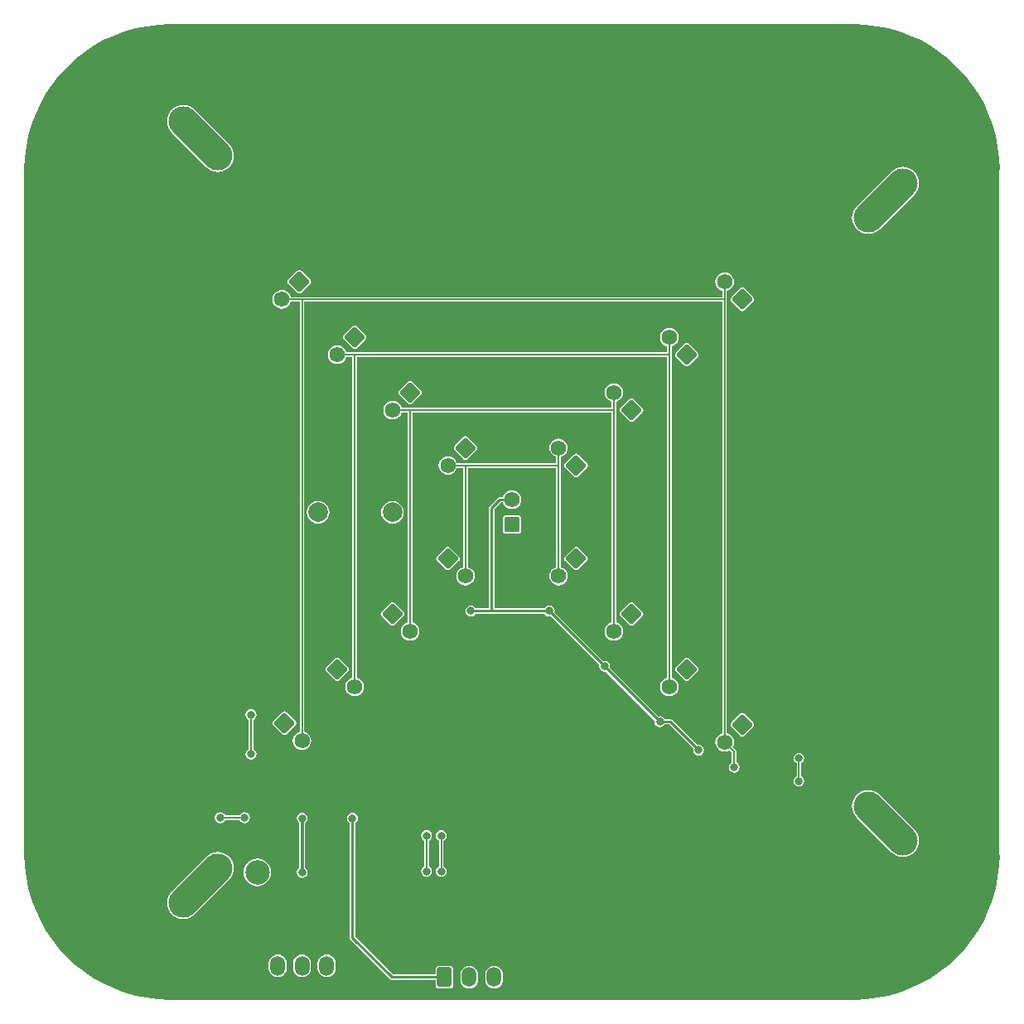
<source format=gbr>
%TF.GenerationSoftware,Altium Limited,Altium Designer,20.1.8 (145)*%
G04 Layer_Physical_Order=1*
G04 Layer_Color=255*
%FSLAX45Y45*%
%MOMM*%
%TF.SameCoordinates,793C4F5F-A07E-474B-A886-B682DA88F124*%
%TF.FilePolarity,Positive*%
%TF.FileFunction,Copper,L1,Top,Signal*%
%TF.Part,Single*%
G01*
G75*
%TA.AperFunction,Conductor*%
%ADD10C,0.25400*%
%ADD11C,0.15240*%
%ADD12C,0.30480*%
%TA.AperFunction,ComponentPad*%
%ADD13C,2.50000*%
G04:AMPARAMS|DCode=14|XSize=1.5mm|YSize=2mm|CornerRadius=0.75mm|HoleSize=0mm|Usage=FLASHONLY|Rotation=0.000|XOffset=0mm|YOffset=0mm|HoleType=Round|Shape=RoundedRectangle|*
%AMROUNDEDRECTD14*
21,1,1.50000,0.50000,0,0,0.0*
21,1,0.00000,2.00000,0,0,0.0*
1,1,1.50000,0.00000,-0.25000*
1,1,1.50000,0.00000,-0.25000*
1,1,1.50000,0.00000,0.25000*
1,1,1.50000,0.00000,0.25000*
%
%ADD14ROUNDEDRECTD14*%
G04:AMPARAMS|DCode=15|XSize=1.5mm|YSize=2mm|CornerRadius=0.15mm|HoleSize=0mm|Usage=FLASHONLY|Rotation=0.000|XOffset=0mm|YOffset=0mm|HoleType=Round|Shape=RoundedRectangle|*
%AMROUNDEDRECTD15*
21,1,1.50000,1.70000,0,0,0.0*
21,1,1.20000,2.00000,0,0,0.0*
1,1,0.30000,0.60000,-0.85000*
1,1,0.30000,-0.60000,-0.85000*
1,1,0.30000,-0.60000,0.85000*
1,1,0.30000,0.60000,0.85000*
%
%ADD15ROUNDEDRECTD15*%
G04:AMPARAMS|DCode=16|XSize=3mm|YSize=8mm|CornerRadius=1.5mm|HoleSize=0mm|Usage=FLASHONLY|Rotation=45.000|XOffset=0mm|YOffset=0mm|HoleType=Round|Shape=RoundedRectangle|*
%AMROUNDEDRECTD16*
21,1,3.00000,5.00000,0,0,45.0*
21,1,0.00000,8.00000,0,0,45.0*
1,1,3.00000,1.76777,-1.76777*
1,1,3.00000,1.76777,-1.76777*
1,1,3.00000,-1.76777,1.76777*
1,1,3.00000,-1.76777,1.76777*
%
%ADD16ROUNDEDRECTD16*%
%ADD17C,2.00000*%
G04:AMPARAMS|DCode=18|XSize=3mm|YSize=8mm|CornerRadius=1.5mm|HoleSize=0mm|Usage=FLASHONLY|Rotation=315.000|XOffset=0mm|YOffset=0mm|HoleType=Round|Shape=RoundedRectangle|*
%AMROUNDEDRECTD18*
21,1,3.00000,5.00000,0,0,315.0*
21,1,0.00000,8.00000,0,0,315.0*
1,1,3.00000,-1.76777,-1.76777*
1,1,3.00000,-1.76777,-1.76777*
1,1,3.00000,1.76777,1.76777*
1,1,3.00000,1.76777,1.76777*
%
%ADD18ROUNDEDRECTD18*%
%ADD19C,1.58000*%
G04:AMPARAMS|DCode=20|XSize=1.58mm|YSize=1.58mm|CornerRadius=0.158mm|HoleSize=0mm|Usage=FLASHONLY|Rotation=135.000|XOffset=0mm|YOffset=0mm|HoleType=Round|Shape=RoundedRectangle|*
%AMROUNDEDRECTD20*
21,1,1.58000,1.26400,0,0,135.0*
21,1,1.26400,1.58000,0,0,135.0*
1,1,0.31600,0.00000,0.89378*
1,1,0.31600,0.89378,0.00000*
1,1,0.31600,0.00000,-0.89378*
1,1,0.31600,-0.89378,0.00000*
%
%ADD20ROUNDEDRECTD20*%
G04:AMPARAMS|DCode=21|XSize=1.58mm|YSize=1.58mm|CornerRadius=0.158mm|HoleSize=0mm|Usage=FLASHONLY|Rotation=0.000|XOffset=0mm|YOffset=0mm|HoleType=Round|Shape=RoundedRectangle|*
%AMROUNDEDRECTD21*
21,1,1.58000,1.26400,0,0,0.0*
21,1,1.26400,1.58000,0,0,0.0*
1,1,0.31600,0.63200,-0.63200*
1,1,0.31600,-0.63200,-0.63200*
1,1,0.31600,-0.63200,0.63200*
1,1,0.31600,0.63200,0.63200*
%
%ADD21ROUNDEDRECTD21*%
G04:AMPARAMS|DCode=22|XSize=1.58mm|YSize=1.58mm|CornerRadius=0.158mm|HoleSize=0mm|Usage=FLASHONLY|Rotation=45.000|XOffset=0mm|YOffset=0mm|HoleType=Round|Shape=RoundedRectangle|*
%AMROUNDEDRECTD22*
21,1,1.58000,1.26400,0,0,45.0*
21,1,1.26400,1.58000,0,0,45.0*
1,1,0.31600,0.89378,0.00000*
1,1,0.31600,0.00000,-0.89378*
1,1,0.31600,-0.89378,0.00000*
1,1,0.31600,0.00000,0.89378*
%
%ADD22ROUNDEDRECTD22*%
%TA.AperFunction,ViaPad*%
%ADD23C,0.80000*%
G36*
X3616383Y4978792D02*
X3732049Y4965102D01*
X3846284Y4942379D01*
X3958385Y4910763D01*
X4067659Y4870450D01*
X4173433Y4821687D01*
X4275055Y4764776D01*
X4371900Y4700067D01*
X4463368Y4627959D01*
X4548897Y4548897D01*
X4627959Y4463368D01*
X4700067Y4371900D01*
X4764776Y4275056D01*
X4821687Y4173434D01*
X4870449Y4067659D01*
X4910763Y3958385D01*
X4942378Y3846285D01*
X4965101Y3732050D01*
X4978791Y3616384D01*
X4983215Y3503789D01*
X4982461Y3500001D01*
X4982462Y-3499294D01*
X4983238Y-3503198D01*
X4978791Y-3616383D01*
X4965101Y-3732049D01*
X4942378Y-3846284D01*
X4910763Y-3958384D01*
X4870449Y-4067658D01*
X4821687Y-4173433D01*
X4764776Y-4275055D01*
X4700067Y-4371899D01*
X4627959Y-4463367D01*
X4548897Y-4548896D01*
X4463368Y-4627958D01*
X4371900Y-4700066D01*
X4275055Y-4764775D01*
X4173433Y-4821686D01*
X4067659Y-4870449D01*
X3958385Y-4910762D01*
X3846284Y-4942378D01*
X3732049Y-4965101D01*
X3616383Y-4978791D01*
X3500826Y-4983331D01*
X3500000Y-4983167D01*
X-3500000D01*
X-3500826Y-4983331D01*
X-3616383Y-4978791D01*
X-3732049Y-4965101D01*
X-3846284Y-4942378D01*
X-3958385Y-4910762D01*
X-4067659Y-4870449D01*
X-4173433Y-4821686D01*
X-4275055Y-4764775D01*
X-4371900Y-4700066D01*
X-4463368Y-4627958D01*
X-4548897Y-4548896D01*
X-4627959Y-4463367D01*
X-4700067Y-4371899D01*
X-4764776Y-4275055D01*
X-4821687Y-4173433D01*
X-4870449Y-4067658D01*
X-4910763Y-3958384D01*
X-4942378Y-3846284D01*
X-4965101Y-3732049D01*
X-4978791Y-3616383D01*
X-4983331Y-3500826D01*
X-4983167Y-3500000D01*
Y3500001D01*
X-4983331Y3500827D01*
X-4978791Y3616384D01*
X-4965101Y3732050D01*
X-4942378Y3846285D01*
X-4910763Y3958385D01*
X-4870449Y4067659D01*
X-4821687Y4173434D01*
X-4764776Y4275056D01*
X-4700067Y4371900D01*
X-4627959Y4463368D01*
X-4548897Y4548897D01*
X-4463368Y4627959D01*
X-4371900Y4700067D01*
X-4275055Y4764776D01*
X-4173433Y4821687D01*
X-4067659Y4870450D01*
X-3958385Y4910763D01*
X-3846284Y4942379D01*
X-3732049Y4965102D01*
X-3616383Y4978792D01*
X-3500826Y4983332D01*
X-3500000Y4983168D01*
X3500000D01*
X3500826Y4983332D01*
X3616383Y4978792D01*
D02*
G37*
%LPC*%
G36*
X-3360346Y4159247D02*
X-3392739Y4156056D01*
X-3423887Y4146608D01*
X-3452593Y4131264D01*
X-3477754Y4110615D01*
X-3498403Y4085454D01*
X-3513747Y4056748D01*
X-3523196Y4025600D01*
X-3526386Y3993207D01*
X-3523196Y3960815D01*
X-3513747Y3929667D01*
X-3498403Y3900961D01*
X-3477754Y3875799D01*
X-3124201Y3522246D01*
X-3099040Y3501597D01*
X-3070333Y3486253D01*
X-3039186Y3476805D01*
X-3006793Y3473614D01*
X-2974400Y3476805D01*
X-2943252Y3486253D01*
X-2914546Y3501597D01*
X-2889385Y3522246D01*
X-2868736Y3547407D01*
X-2853393Y3576113D01*
X-2843944Y3607261D01*
X-2840754Y3639654D01*
X-2843944Y3672047D01*
X-2853393Y3703194D01*
X-2868736Y3731900D01*
X-2889385Y3757062D01*
X-3242939Y4110615D01*
X-3268100Y4131264D01*
X-3296806Y4146608D01*
X-3327954Y4156056D01*
X-3360346Y4159247D01*
D02*
G37*
G36*
X3993207Y3526386D02*
X3960815Y3523196D01*
X3929667Y3513747D01*
X3900961Y3498403D01*
X3875799Y3477754D01*
X3522246Y3124201D01*
X3501597Y3099040D01*
X3486253Y3070333D01*
X3476805Y3039186D01*
X3473614Y3006793D01*
X3476805Y2974400D01*
X3486253Y2943252D01*
X3501597Y2914546D01*
X3522246Y2889385D01*
X3547407Y2868736D01*
X3576113Y2853393D01*
X3607261Y2843944D01*
X3639654Y2840754D01*
X3672047Y2843944D01*
X3703194Y2853393D01*
X3731900Y2868736D01*
X3757062Y2889385D01*
X4110615Y3242939D01*
X4131264Y3268100D01*
X4146608Y3296806D01*
X4156056Y3327954D01*
X4159247Y3360346D01*
X4156056Y3392739D01*
X4146608Y3423887D01*
X4131264Y3452593D01*
X4110615Y3477754D01*
X4085454Y3498403D01*
X4056748Y3513747D01*
X4025600Y3523196D01*
X3993207Y3526386D01*
D02*
G37*
G36*
X-2172939Y2473570D02*
X-2185050Y2471161D01*
X-2195318Y2464301D01*
X-2284696Y2374923D01*
X-2291556Y2364655D01*
X-2293965Y2352544D01*
X-2291556Y2340433D01*
X-2284696Y2330165D01*
X-2195318Y2240787D01*
X-2185050Y2233927D01*
X-2172939Y2231518D01*
X-2160828Y2233927D01*
X-2150560Y2240787D01*
X-2061182Y2330165D01*
X-2054322Y2340433D01*
X-2051913Y2352544D01*
X-2054322Y2364655D01*
X-2061182Y2374923D01*
X-2150560Y2464301D01*
X-2160828Y2471161D01*
X-2172939Y2473570D01*
D02*
G37*
G36*
X2172939Y2447597D02*
X2148337Y2444358D01*
X2125413Y2434863D01*
X2105726Y2419757D01*
X2090620Y2400070D01*
X2081125Y2377146D01*
X2077886Y2352544D01*
X2081125Y2327942D01*
X2090620Y2305017D01*
X2105726Y2285331D01*
X2125413Y2270225D01*
X2148337Y2260730D01*
X2149631Y2260559D01*
Y2196247D01*
X-2260559D01*
X-2260730Y2197541D01*
X-2270225Y2220465D01*
X-2285331Y2240152D01*
X-2305017Y2255258D01*
X-2327942Y2264753D01*
X-2352544Y2267992D01*
X-2377146Y2264753D01*
X-2400070Y2255258D01*
X-2419757Y2240152D01*
X-2434863Y2220465D01*
X-2444358Y2197541D01*
X-2447597Y2172939D01*
X-2444358Y2148337D01*
X-2434863Y2125413D01*
X-2419757Y2105726D01*
X-2400070Y2090620D01*
X-2377146Y2081125D01*
X-2352544Y2077886D01*
X-2327942Y2081125D01*
X-2305017Y2090620D01*
X-2285331Y2105726D01*
X-2270225Y2125413D01*
X-2260730Y2148337D01*
X-2260559Y2149631D01*
X-2169608D01*
Y-2244815D01*
X-2170902Y-2244986D01*
X-2193826Y-2254481D01*
X-2213513Y-2269587D01*
X-2228619Y-2289274D01*
X-2238114Y-2312198D01*
X-2241353Y-2336800D01*
X-2238114Y-2361402D01*
X-2228619Y-2384326D01*
X-2213513Y-2404013D01*
X-2193826Y-2419119D01*
X-2170902Y-2428614D01*
X-2146300Y-2431853D01*
X-2121698Y-2428614D01*
X-2098774Y-2419119D01*
X-2079087Y-2404013D01*
X-2063981Y-2384326D01*
X-2054486Y-2361402D01*
X-2051247Y-2336800D01*
X-2054486Y-2312198D01*
X-2063981Y-2289274D01*
X-2079087Y-2269587D01*
X-2098774Y-2254481D01*
X-2121698Y-2244986D01*
X-2122992Y-2244815D01*
Y2149631D01*
X2149631D01*
Y-2260559D01*
X2148337Y-2260730D01*
X2125413Y-2270225D01*
X2105726Y-2285331D01*
X2090620Y-2305017D01*
X2081125Y-2327942D01*
X2077886Y-2352544D01*
X2081125Y-2377146D01*
X2090620Y-2400070D01*
X2105726Y-2419757D01*
X2125413Y-2434863D01*
X2148337Y-2444358D01*
X2172939Y-2447597D01*
X2197541Y-2444358D01*
X2220465Y-2434863D01*
X2221501Y-2434068D01*
X2247452Y-2460019D01*
Y-2557717D01*
X2230934Y-2568754D01*
X2218725Y-2587026D01*
X2214438Y-2608580D01*
X2218725Y-2630134D01*
X2230934Y-2648406D01*
X2249206Y-2660615D01*
X2270760Y-2664902D01*
X2292314Y-2660615D01*
X2310586Y-2648406D01*
X2322795Y-2630134D01*
X2327082Y-2608580D01*
X2322795Y-2587026D01*
X2310586Y-2568754D01*
X2294068Y-2557717D01*
Y-2450365D01*
X2292294Y-2441445D01*
X2287241Y-2433884D01*
X2254463Y-2401106D01*
X2255258Y-2400070D01*
X2264753Y-2377146D01*
X2267992Y-2352544D01*
X2264753Y-2327942D01*
X2255258Y-2305017D01*
X2240152Y-2285331D01*
X2220465Y-2270225D01*
X2197541Y-2260730D01*
X2196247Y-2260559D01*
Y2172939D01*
Y2260559D01*
X2197541Y2260730D01*
X2220465Y2270225D01*
X2240152Y2285331D01*
X2255258Y2305017D01*
X2264753Y2327942D01*
X2267992Y2352544D01*
X2264753Y2377146D01*
X2255258Y2400070D01*
X2240152Y2419757D01*
X2220465Y2434863D01*
X2197541Y2444358D01*
X2172939Y2447597D01*
D02*
G37*
G36*
X2352544Y2293965D02*
X2340433Y2291556D01*
X2330165Y2284696D01*
X2240787Y2195318D01*
X2233927Y2185050D01*
X2231518Y2172939D01*
X2233927Y2160828D01*
X2240787Y2150560D01*
X2330165Y2061182D01*
X2340433Y2054322D01*
X2352544Y2051913D01*
X2364655Y2054322D01*
X2374923Y2061182D01*
X2464301Y2150560D01*
X2471161Y2160828D01*
X2473570Y2172939D01*
X2471161Y2185050D01*
X2464301Y2195318D01*
X2374923Y2284696D01*
X2364655Y2291556D01*
X2352544Y2293965D01*
D02*
G37*
G36*
X-1607254Y1907885D02*
X-1619365Y1905475D01*
X-1629632Y1898615D01*
X-1719010Y1809237D01*
X-1725871Y1798970D01*
X-1728280Y1786859D01*
X-1725871Y1774747D01*
X-1719010Y1764480D01*
X-1629632Y1675102D01*
X-1619365Y1668242D01*
X-1607254Y1665832D01*
X-1595142Y1668242D01*
X-1584875Y1675102D01*
X-1495497Y1764480D01*
X-1488637Y1774747D01*
X-1486227Y1786859D01*
X-1488637Y1798970D01*
X-1495497Y1809237D01*
X-1584875Y1898615D01*
X-1595142Y1905475D01*
X-1607254Y1907885D01*
D02*
G37*
G36*
X1607254Y1881912D02*
X1582652Y1878673D01*
X1559727Y1869177D01*
X1540041Y1854071D01*
X1524935Y1834385D01*
X1515439Y1811460D01*
X1512200Y1786859D01*
X1515439Y1762257D01*
X1524935Y1739332D01*
X1540041Y1719646D01*
X1559727Y1704540D01*
X1582652Y1695044D01*
X1583946Y1694874D01*
Y1630561D01*
X-1694874D01*
X-1695044Y1631855D01*
X-1704540Y1654780D01*
X-1719646Y1674466D01*
X-1739332Y1689572D01*
X-1762257Y1699068D01*
X-1786859Y1702307D01*
X-1811460Y1699068D01*
X-1834385Y1689572D01*
X-1854071Y1674466D01*
X-1869177Y1654780D01*
X-1878673Y1631855D01*
X-1881912Y1607254D01*
X-1878673Y1582652D01*
X-1869177Y1559727D01*
X-1854071Y1540041D01*
X-1834385Y1524935D01*
X-1811460Y1515439D01*
X-1786859Y1512200D01*
X-1762257Y1515439D01*
X-1739332Y1524935D01*
X-1719646Y1540041D01*
X-1704540Y1559727D01*
X-1695044Y1582652D01*
X-1694874Y1583946D01*
X-1630561D01*
Y-749300D01*
X-1630561Y-749301D01*
Y-1694874D01*
X-1631855Y-1695044D01*
X-1654780Y-1704540D01*
X-1674466Y-1719646D01*
X-1689572Y-1739332D01*
X-1699068Y-1762257D01*
X-1702307Y-1786859D01*
X-1699068Y-1811460D01*
X-1689572Y-1834385D01*
X-1674466Y-1854071D01*
X-1654780Y-1869177D01*
X-1631855Y-1878673D01*
X-1607254Y-1881912D01*
X-1582652Y-1878673D01*
X-1559727Y-1869177D01*
X-1540041Y-1854071D01*
X-1524935Y-1834385D01*
X-1515439Y-1811460D01*
X-1512200Y-1786859D01*
X-1515439Y-1762257D01*
X-1524935Y-1739332D01*
X-1540041Y-1719646D01*
X-1559727Y-1704540D01*
X-1582652Y-1695044D01*
X-1583946Y-1694874D01*
Y-749300D01*
X-1583946Y-749299D01*
Y1583946D01*
X1583946D01*
Y-1694874D01*
X1582652Y-1695044D01*
X1559727Y-1704540D01*
X1540041Y-1719646D01*
X1524935Y-1739332D01*
X1515439Y-1762257D01*
X1512200Y-1786859D01*
X1515439Y-1811460D01*
X1524935Y-1834385D01*
X1540041Y-1854071D01*
X1559727Y-1869177D01*
X1582652Y-1878673D01*
X1607254Y-1881912D01*
X1631855Y-1878673D01*
X1654780Y-1869177D01*
X1674466Y-1854071D01*
X1689572Y-1834385D01*
X1699068Y-1811460D01*
X1702307Y-1786859D01*
X1699068Y-1762257D01*
X1689572Y-1739332D01*
X1674466Y-1719646D01*
X1654780Y-1704540D01*
X1631855Y-1695044D01*
X1630561Y-1694874D01*
Y1607254D01*
Y1694874D01*
X1631855Y1695044D01*
X1654780Y1704540D01*
X1674466Y1719646D01*
X1689572Y1739332D01*
X1699068Y1762257D01*
X1702307Y1786859D01*
X1699068Y1811460D01*
X1689572Y1834385D01*
X1674466Y1854071D01*
X1654780Y1869177D01*
X1631855Y1878673D01*
X1607254Y1881912D01*
D02*
G37*
G36*
X1786859Y1728280D02*
X1774747Y1725871D01*
X1764480Y1719010D01*
X1675102Y1629632D01*
X1668242Y1619365D01*
X1665832Y1607254D01*
X1668242Y1595142D01*
X1675102Y1584875D01*
X1764480Y1495497D01*
X1774747Y1488637D01*
X1786859Y1486227D01*
X1798970Y1488637D01*
X1809237Y1495497D01*
X1898615Y1584875D01*
X1905475Y1595142D01*
X1907885Y1607254D01*
X1905475Y1619365D01*
X1898615Y1629632D01*
X1809237Y1719010D01*
X1798970Y1725871D01*
X1786859Y1728280D01*
D02*
G37*
G36*
X-1041568Y1342199D02*
X-1053680Y1339790D01*
X-1063947Y1332930D01*
X-1153325Y1243552D01*
X-1160185Y1233285D01*
X-1162595Y1221173D01*
X-1160185Y1209062D01*
X-1153325Y1198795D01*
X-1063947Y1109417D01*
X-1053680Y1102556D01*
X-1041568Y1100147D01*
X-1029457Y1102556D01*
X-1019190Y1109417D01*
X-929812Y1198795D01*
X-922951Y1209062D01*
X-920542Y1221173D01*
X-922951Y1233285D01*
X-929812Y1243552D01*
X-1019190Y1332930D01*
X-1029457Y1339790D01*
X-1041568Y1342199D01*
D02*
G37*
G36*
X1041568Y1316226D02*
X1016967Y1312988D01*
X994042Y1303492D01*
X974356Y1288386D01*
X959250Y1268700D01*
X949754Y1245775D01*
X946515Y1221173D01*
X949754Y1196572D01*
X959250Y1173647D01*
X974356Y1153961D01*
X994042Y1138855D01*
X1016967Y1129359D01*
X1018261Y1129189D01*
Y1064876D01*
X-1129189D01*
X-1129359Y1066170D01*
X-1138855Y1089095D01*
X-1153961Y1108781D01*
X-1173647Y1123887D01*
X-1196572Y1133383D01*
X-1221173Y1136622D01*
X-1245775Y1133383D01*
X-1268700Y1123887D01*
X-1288386Y1108781D01*
X-1303492Y1089095D01*
X-1312988Y1066170D01*
X-1316226Y1041568D01*
X-1312988Y1016967D01*
X-1303492Y994042D01*
X-1288386Y974356D01*
X-1268700Y959250D01*
X-1245775Y949754D01*
X-1221173Y946515D01*
X-1196572Y949754D01*
X-1173647Y959250D01*
X-1153961Y974356D01*
X-1138855Y994042D01*
X-1129359Y1016967D01*
X-1129189Y1018261D01*
X-1064876D01*
Y-1129189D01*
X-1066170Y-1129359D01*
X-1089095Y-1138855D01*
X-1108781Y-1153961D01*
X-1123887Y-1173647D01*
X-1133383Y-1196572D01*
X-1136622Y-1221173D01*
X-1133383Y-1245775D01*
X-1123887Y-1268700D01*
X-1108781Y-1288386D01*
X-1089095Y-1303492D01*
X-1066170Y-1312988D01*
X-1041568Y-1316226D01*
X-1016967Y-1312988D01*
X-994042Y-1303492D01*
X-974356Y-1288386D01*
X-959250Y-1268700D01*
X-949754Y-1245775D01*
X-946515Y-1221173D01*
X-949754Y-1196572D01*
X-959250Y-1173647D01*
X-974356Y-1153961D01*
X-994042Y-1138855D01*
X-1016967Y-1129359D01*
X-1018261Y-1129189D01*
Y1018261D01*
X1018261D01*
Y-1129189D01*
X1016967Y-1129359D01*
X994042Y-1138855D01*
X974356Y-1153961D01*
X959250Y-1173647D01*
X949754Y-1196572D01*
X946515Y-1221173D01*
X949754Y-1245775D01*
X959250Y-1268700D01*
X974356Y-1288386D01*
X994042Y-1303492D01*
X1016967Y-1312988D01*
X1041568Y-1316226D01*
X1066170Y-1312988D01*
X1089095Y-1303492D01*
X1108781Y-1288386D01*
X1123887Y-1268700D01*
X1133383Y-1245775D01*
X1136622Y-1221173D01*
X1133383Y-1196572D01*
X1123887Y-1173647D01*
X1108781Y-1153961D01*
X1089095Y-1138855D01*
X1066170Y-1129359D01*
X1064876Y-1129189D01*
Y1041569D01*
Y1129189D01*
X1066170Y1129359D01*
X1089095Y1138855D01*
X1108781Y1153961D01*
X1123887Y1173647D01*
X1133383Y1196572D01*
X1136622Y1221173D01*
X1133383Y1245775D01*
X1123887Y1268700D01*
X1108781Y1288386D01*
X1089095Y1303492D01*
X1066170Y1312988D01*
X1041568Y1316226D01*
D02*
G37*
G36*
X1221173Y1162595D02*
X1209062Y1160185D01*
X1198795Y1153325D01*
X1109417Y1063947D01*
X1102556Y1053680D01*
X1100147Y1041568D01*
X1102556Y1029457D01*
X1109417Y1019190D01*
X1198795Y929812D01*
X1209062Y922951D01*
X1221173Y920542D01*
X1233285Y922951D01*
X1243552Y929812D01*
X1332930Y1019190D01*
X1339790Y1029457D01*
X1342199Y1041568D01*
X1339790Y1053680D01*
X1332930Y1063947D01*
X1243552Y1153325D01*
X1233285Y1160185D01*
X1221173Y1162595D01*
D02*
G37*
G36*
X-475883Y776514D02*
X-487994Y774105D01*
X-498262Y767245D01*
X-587640Y677867D01*
X-594500Y667599D01*
X-596909Y655488D01*
X-594500Y643377D01*
X-587640Y633109D01*
X-498262Y543731D01*
X-487994Y536871D01*
X-475883Y534462D01*
X-463772Y536871D01*
X-453504Y543731D01*
X-364126Y633109D01*
X-357266Y643377D01*
X-354857Y655488D01*
X-357266Y667599D01*
X-364126Y677867D01*
X-453504Y767245D01*
X-463772Y774105D01*
X-475883Y776514D01*
D02*
G37*
G36*
X475883Y750541D02*
X451282Y747302D01*
X428357Y737806D01*
X408670Y722701D01*
X393564Y703014D01*
X384069Y680089D01*
X380830Y655488D01*
X384069Y630886D01*
X393564Y607961D01*
X408670Y588275D01*
X428357Y573169D01*
X451282Y563673D01*
X452575Y563503D01*
Y499191D01*
X-475882D01*
X-475883Y499191D01*
X-563503D01*
X-563673Y500484D01*
X-573169Y523409D01*
X-588275Y543096D01*
X-607961Y558202D01*
X-630886Y567697D01*
X-655488Y570936D01*
X-680089Y567697D01*
X-703014Y558202D01*
X-722701Y543096D01*
X-737806Y523409D01*
X-747302Y500484D01*
X-750541Y475883D01*
X-747302Y451282D01*
X-737806Y428357D01*
X-722701Y408670D01*
X-703014Y393564D01*
X-680089Y384069D01*
X-655488Y380830D01*
X-630886Y384069D01*
X-607961Y393564D01*
X-588275Y408670D01*
X-573169Y428357D01*
X-563673Y451282D01*
X-563503Y452575D01*
X-499191D01*
Y-563503D01*
X-500484Y-563673D01*
X-523409Y-573169D01*
X-543096Y-588275D01*
X-558202Y-607961D01*
X-567697Y-630886D01*
X-570936Y-655488D01*
X-567697Y-680089D01*
X-558202Y-703014D01*
X-543096Y-722701D01*
X-523409Y-737806D01*
X-500484Y-747302D01*
X-475883Y-750541D01*
X-451282Y-747302D01*
X-428357Y-737806D01*
X-408670Y-722701D01*
X-393564Y-703014D01*
X-384069Y-680089D01*
X-380830Y-655488D01*
X-384069Y-630886D01*
X-393564Y-607961D01*
X-408670Y-588275D01*
X-428357Y-573169D01*
X-451282Y-563673D01*
X-452575Y-563503D01*
Y452575D01*
X452575D01*
Y-563503D01*
X451282Y-563673D01*
X428357Y-573169D01*
X408670Y-588275D01*
X393564Y-607961D01*
X384069Y-630886D01*
X380830Y-655488D01*
X384069Y-680089D01*
X393564Y-703014D01*
X408670Y-722701D01*
X428357Y-737806D01*
X451282Y-747302D01*
X475883Y-750541D01*
X500484Y-747302D01*
X523409Y-737806D01*
X543096Y-722701D01*
X558202Y-703014D01*
X567697Y-680089D01*
X570936Y-655488D01*
X567697Y-630886D01*
X558202Y-607961D01*
X543096Y-588275D01*
X523409Y-573169D01*
X500484Y-563673D01*
X499191Y-563503D01*
Y475883D01*
Y563503D01*
X500484Y563673D01*
X523409Y573169D01*
X543096Y588275D01*
X558202Y607961D01*
X567697Y630886D01*
X570936Y655488D01*
X567697Y680089D01*
X558202Y703014D01*
X543096Y722701D01*
X523409Y737806D01*
X500484Y747302D01*
X475883Y750541D01*
D02*
G37*
G36*
X655488Y596909D02*
X643377Y594500D01*
X633109Y587640D01*
X543731Y498262D01*
X536871Y487994D01*
X534462Y475883D01*
X536871Y463772D01*
X543731Y453504D01*
X633109Y364126D01*
X643377Y357266D01*
X655488Y354857D01*
X667599Y357266D01*
X677867Y364126D01*
X767245Y453504D01*
X774105Y463772D01*
X776514Y475883D01*
X774105Y487994D01*
X767245Y498262D01*
X677867Y587640D01*
X667599Y594500D01*
X655488Y596909D01*
D02*
G37*
G36*
X0Y222053D02*
X-24602Y218814D01*
X-47526Y209318D01*
X-67213Y194213D01*
X-82318Y174526D01*
X-90205Y155487D01*
X-123050D01*
X-133951Y153319D01*
X-143194Y147144D01*
X-143194Y147143D01*
X-228424Y61914D01*
X-234599Y52671D01*
X-236768Y41770D01*
X-236767Y41769D01*
Y-983100D01*
X-374238D01*
X-381814Y-971762D01*
X-400086Y-959553D01*
X-421640Y-955266D01*
X-443194Y-959553D01*
X-461466Y-971762D01*
X-473675Y-990034D01*
X-477962Y-1011588D01*
X-473675Y-1033142D01*
X-461466Y-1051414D01*
X-443194Y-1063623D01*
X-421640Y-1067910D01*
X-400086Y-1063623D01*
X-381814Y-1051414D01*
X-374238Y-1040075D01*
X333481D01*
X341057Y-1051414D01*
X359329Y-1063623D01*
X380883Y-1067910D01*
X394250Y-1065252D01*
X892907Y-1563908D01*
X890246Y-1577283D01*
X894534Y-1598837D01*
X906743Y-1617109D01*
X925015Y-1629318D01*
X946569Y-1633605D01*
X959934Y-1630947D01*
X1458592Y-2129605D01*
X1455932Y-2142979D01*
X1460219Y-2164533D01*
X1472428Y-2182805D01*
X1490700Y-2195014D01*
X1512254Y-2199302D01*
X1533807Y-2195014D01*
X1552080Y-2182805D01*
X1559656Y-2171467D01*
X1605399D01*
X1853878Y-2419946D01*
X1851218Y-2433320D01*
X1855505Y-2454874D01*
X1867714Y-2473146D01*
X1885986Y-2485355D01*
X1907540Y-2489642D01*
X1929094Y-2485355D01*
X1947366Y-2473146D01*
X1959575Y-2454874D01*
X1963862Y-2433320D01*
X1959575Y-2411766D01*
X1947366Y-2393494D01*
X1929094Y-2381285D01*
X1907540Y-2376998D01*
X1894165Y-2379658D01*
X1637343Y-2122836D01*
X1628101Y-2116660D01*
X1617199Y-2114492D01*
X1617198Y-2114492D01*
X1559656D01*
X1552080Y-2103154D01*
X1533807Y-2090945D01*
X1512254Y-2086657D01*
X1498879Y-2089318D01*
X1000229Y-1590667D01*
X1002891Y-1577283D01*
X998604Y-1555729D01*
X986395Y-1537457D01*
X968122Y-1525248D01*
X946569Y-1520961D01*
X933194Y-1523621D01*
X434543Y-1024971D01*
X437205Y-1011588D01*
X432918Y-990034D01*
X420709Y-971762D01*
X402437Y-959553D01*
X380883Y-955266D01*
X359329Y-959553D01*
X341057Y-971762D01*
X333481Y-983100D01*
X-179793D01*
Y29970D01*
X-111250Y98513D01*
X-90205D01*
X-82318Y79474D01*
X-67213Y59787D01*
X-47526Y44682D01*
X-24602Y35186D01*
X0Y31947D01*
X24602Y35186D01*
X47526Y44682D01*
X67213Y59787D01*
X82318Y79474D01*
X91814Y102398D01*
X95053Y127000D01*
X91814Y151602D01*
X82318Y174526D01*
X67213Y194213D01*
X47526Y209318D01*
X24602Y218814D01*
X0Y222053D01*
D02*
G37*
G36*
X-1222122Y112622D02*
X-1252206Y108661D01*
X-1280240Y97049D01*
X-1304312Y78577D01*
X-1322784Y54504D01*
X-1334396Y26471D01*
X-1338357Y-3613D01*
X-1334396Y-33697D01*
X-1322784Y-61730D01*
X-1304312Y-85803D01*
X-1280240Y-104275D01*
X-1252206Y-115887D01*
X-1222122Y-119847D01*
X-1192039Y-115887D01*
X-1164005Y-104275D01*
X-1139932Y-85803D01*
X-1121460Y-61730D01*
X-1109848Y-33697D01*
X-1105888Y-3613D01*
X-1109848Y26471D01*
X-1121460Y54504D01*
X-1139932Y78577D01*
X-1164005Y97049D01*
X-1192039Y108661D01*
X-1222122Y112622D01*
D02*
G37*
G36*
X-1982122D02*
X-2012206Y108661D01*
X-2040240Y97049D01*
X-2064312Y78577D01*
X-2082784Y54504D01*
X-2094396Y26471D01*
X-2098357Y-3613D01*
X-2094396Y-33697D01*
X-2082784Y-61730D01*
X-2064312Y-85803D01*
X-2040240Y-104275D01*
X-2012206Y-115887D01*
X-1982122Y-119847D01*
X-1952039Y-115887D01*
X-1924005Y-104275D01*
X-1899932Y-85803D01*
X-1881460Y-61730D01*
X-1869848Y-33697D01*
X-1865888Y-3613D01*
X-1869848Y26471D01*
X-1881460Y54504D01*
X-1899932Y78577D01*
X-1924005Y97049D01*
X-1952039Y108661D01*
X-1982122Y112622D01*
D02*
G37*
G36*
X63200Y-32152D02*
X-63200D01*
X-75311Y-34561D01*
X-85578Y-41422D01*
X-92439Y-51689D01*
X-94848Y-63800D01*
Y-190200D01*
X-92439Y-202311D01*
X-85578Y-212578D01*
X-75311Y-219439D01*
X-63200Y-221848D01*
X63200D01*
X75311Y-219439D01*
X85578Y-212578D01*
X92439Y-202311D01*
X94848Y-190200D01*
Y-63800D01*
X92439Y-51689D01*
X85578Y-41422D01*
X75311Y-34561D01*
X63200Y-32152D01*
D02*
G37*
G36*
X655488Y-354857D02*
X643377Y-357266D01*
X633109Y-364126D01*
X543731Y-453504D01*
X536871Y-463772D01*
X534462Y-475883D01*
X536871Y-487994D01*
X543731Y-498262D01*
X633109Y-587640D01*
X643377Y-594500D01*
X655488Y-596909D01*
X667599Y-594500D01*
X677867Y-587640D01*
X767245Y-498262D01*
X774105Y-487994D01*
X776514Y-475883D01*
X774105Y-463772D01*
X767245Y-453504D01*
X677867Y-364126D01*
X667599Y-357266D01*
X655488Y-354857D01*
D02*
G37*
G36*
X-655488D02*
X-667599Y-357266D01*
X-677867Y-364126D01*
X-767245Y-453504D01*
X-774105Y-463772D01*
X-776514Y-475883D01*
X-774105Y-487994D01*
X-767245Y-498262D01*
X-677867Y-587640D01*
X-667599Y-594500D01*
X-655488Y-596909D01*
X-643377Y-594500D01*
X-633109Y-587640D01*
X-543731Y-498262D01*
X-536871Y-487994D01*
X-534462Y-475883D01*
X-536871Y-463772D01*
X-543731Y-453504D01*
X-633109Y-364126D01*
X-643377Y-357266D01*
X-655488Y-354857D01*
D02*
G37*
G36*
X1221173Y-920542D02*
X1209062Y-922951D01*
X1198795Y-929812D01*
X1109417Y-1019190D01*
X1102556Y-1029457D01*
X1100147Y-1041568D01*
X1102556Y-1053680D01*
X1109417Y-1063947D01*
X1198795Y-1153325D01*
X1209062Y-1160185D01*
X1221173Y-1162595D01*
X1233285Y-1160185D01*
X1243552Y-1153325D01*
X1332930Y-1063947D01*
X1339790Y-1053680D01*
X1342199Y-1041568D01*
X1339790Y-1029457D01*
X1332930Y-1019190D01*
X1243552Y-929812D01*
X1233285Y-922951D01*
X1221173Y-920542D01*
D02*
G37*
G36*
X-1221173D02*
X-1233285Y-922951D01*
X-1243552Y-929812D01*
X-1332930Y-1019190D01*
X-1339790Y-1029457D01*
X-1342199Y-1041568D01*
X-1339790Y-1053680D01*
X-1332930Y-1063947D01*
X-1243552Y-1153325D01*
X-1233285Y-1160185D01*
X-1221173Y-1162595D01*
X-1209062Y-1160185D01*
X-1198795Y-1153325D01*
X-1109417Y-1063947D01*
X-1102556Y-1053680D01*
X-1100147Y-1041568D01*
X-1102556Y-1029457D01*
X-1109417Y-1019190D01*
X-1198795Y-929812D01*
X-1209062Y-922951D01*
X-1221173Y-920542D01*
D02*
G37*
G36*
X1786859Y-1486227D02*
X1774747Y-1488637D01*
X1764480Y-1495497D01*
X1675102Y-1584875D01*
X1668242Y-1595142D01*
X1665832Y-1607254D01*
X1668242Y-1619365D01*
X1675102Y-1629632D01*
X1764480Y-1719010D01*
X1774747Y-1725871D01*
X1786859Y-1728280D01*
X1798970Y-1725871D01*
X1809237Y-1719010D01*
X1898615Y-1629632D01*
X1905475Y-1619365D01*
X1907885Y-1607254D01*
X1905475Y-1595142D01*
X1898615Y-1584875D01*
X1809237Y-1495497D01*
X1798970Y-1488637D01*
X1786859Y-1486227D01*
D02*
G37*
G36*
X-1786859D02*
X-1798970Y-1488637D01*
X-1809237Y-1495497D01*
X-1898615Y-1584875D01*
X-1905475Y-1595142D01*
X-1907885Y-1607254D01*
X-1905475Y-1619365D01*
X-1898615Y-1629632D01*
X-1809237Y-1719010D01*
X-1798970Y-1725871D01*
X-1786859Y-1728280D01*
X-1774747Y-1725871D01*
X-1764480Y-1719010D01*
X-1675102Y-1629632D01*
X-1668242Y-1619365D01*
X-1665832Y-1607254D01*
X-1668242Y-1595142D01*
X-1675102Y-1584875D01*
X-1764480Y-1495497D01*
X-1774747Y-1488637D01*
X-1786859Y-1486227D01*
D02*
G37*
G36*
X-2325905Y-2036169D02*
X-2338016Y-2038578D01*
X-2348284Y-2045438D01*
X-2437662Y-2134816D01*
X-2444522Y-2145084D01*
X-2446931Y-2157195D01*
X-2444522Y-2169306D01*
X-2437662Y-2179574D01*
X-2348284Y-2268952D01*
X-2338016Y-2275812D01*
X-2325905Y-2278221D01*
X-2313794Y-2275812D01*
X-2303526Y-2268952D01*
X-2214148Y-2179574D01*
X-2207288Y-2169306D01*
X-2204879Y-2157195D01*
X-2207288Y-2145084D01*
X-2214148Y-2134816D01*
X-2303526Y-2045438D01*
X-2313794Y-2038578D01*
X-2325905Y-2036169D01*
D02*
G37*
G36*
X2352544Y-2051913D02*
X2340433Y-2054322D01*
X2330165Y-2061182D01*
X2240787Y-2150560D01*
X2233927Y-2160828D01*
X2231518Y-2172939D01*
X2233927Y-2185050D01*
X2240787Y-2195318D01*
X2330165Y-2284696D01*
X2340433Y-2291556D01*
X2352544Y-2293965D01*
X2364655Y-2291556D01*
X2374923Y-2284696D01*
X2464301Y-2195318D01*
X2471161Y-2185050D01*
X2473570Y-2172939D01*
X2471161Y-2160828D01*
X2464301Y-2150560D01*
X2374923Y-2061182D01*
X2364655Y-2054322D01*
X2352544Y-2051913D01*
D02*
G37*
G36*
X-2667000Y-2014574D02*
X-2688554Y-2018862D01*
X-2706826Y-2031071D01*
X-2719035Y-2049343D01*
X-2723322Y-2070897D01*
X-2719035Y-2092450D01*
X-2706826Y-2110722D01*
X-2690308Y-2121760D01*
Y-2424402D01*
X-2706826Y-2435439D01*
X-2719035Y-2453711D01*
X-2723322Y-2475265D01*
X-2719035Y-2496818D01*
X-2706826Y-2515090D01*
X-2688554Y-2527299D01*
X-2667000Y-2531587D01*
X-2645446Y-2527299D01*
X-2627174Y-2515090D01*
X-2614965Y-2496818D01*
X-2610678Y-2475265D01*
X-2614965Y-2453711D01*
X-2627174Y-2435439D01*
X-2643692Y-2424402D01*
Y-2121760D01*
X-2627174Y-2110722D01*
X-2614965Y-2092450D01*
X-2610678Y-2070897D01*
X-2614965Y-2049343D01*
X-2627174Y-2031071D01*
X-2645446Y-2018862D01*
X-2667000Y-2014574D01*
D02*
G37*
G36*
X2931487Y-2460818D02*
X2909933Y-2465105D01*
X2891661Y-2477314D01*
X2879452Y-2495586D01*
X2875165Y-2517140D01*
X2879452Y-2538694D01*
X2891661Y-2556966D01*
X2908179Y-2568003D01*
Y-2697090D01*
X2891661Y-2708127D01*
X2879452Y-2726399D01*
X2875165Y-2747953D01*
X2879452Y-2769507D01*
X2891661Y-2787779D01*
X2909933Y-2799988D01*
X2931487Y-2804275D01*
X2953041Y-2799988D01*
X2971313Y-2787779D01*
X2983522Y-2769507D01*
X2987809Y-2747953D01*
X2983522Y-2726399D01*
X2971313Y-2708127D01*
X2954795Y-2697090D01*
Y-2568003D01*
X2971313Y-2556966D01*
X2983522Y-2538694D01*
X2987809Y-2517140D01*
X2983522Y-2495586D01*
X2971313Y-2477314D01*
X2953041Y-2465105D01*
X2931487Y-2460818D01*
D02*
G37*
G36*
X-2733040Y-3067878D02*
X-2754594Y-3072165D01*
X-2772866Y-3084374D01*
X-2783903Y-3100892D01*
X-2931097D01*
X-2942134Y-3084374D01*
X-2960406Y-3072165D01*
X-2981960Y-3067878D01*
X-3003514Y-3072165D01*
X-3021786Y-3084374D01*
X-3033995Y-3102646D01*
X-3038282Y-3124200D01*
X-3033995Y-3145754D01*
X-3021786Y-3164026D01*
X-3003514Y-3176235D01*
X-2981960Y-3180522D01*
X-2960406Y-3176235D01*
X-2942134Y-3164026D01*
X-2931097Y-3147508D01*
X-2783903D01*
X-2772866Y-3164026D01*
X-2754594Y-3176235D01*
X-2733040Y-3180522D01*
X-2711486Y-3176235D01*
X-2693214Y-3164026D01*
X-2681005Y-3145754D01*
X-2676718Y-3124200D01*
X-2681005Y-3102646D01*
X-2693214Y-3084374D01*
X-2711486Y-3072165D01*
X-2733040Y-3067878D01*
D02*
G37*
G36*
X3639654Y-2840754D02*
X3607261Y-2843944D01*
X3576113Y-2853393D01*
X3547407Y-2868736D01*
X3522246Y-2889385D01*
X3501597Y-2914546D01*
X3486253Y-2943252D01*
X3476805Y-2974400D01*
X3473614Y-3006793D01*
X3476805Y-3039186D01*
X3486253Y-3070333D01*
X3501597Y-3099040D01*
X3522246Y-3124201D01*
X3875799Y-3477754D01*
X3900961Y-3498403D01*
X3929667Y-3513747D01*
X3960815Y-3523196D01*
X3993207Y-3526386D01*
X4025600Y-3523196D01*
X4056748Y-3513747D01*
X4085454Y-3498403D01*
X4110615Y-3477754D01*
X4131264Y-3452593D01*
X4146608Y-3423887D01*
X4156056Y-3392739D01*
X4159247Y-3360346D01*
X4156056Y-3327954D01*
X4146608Y-3296806D01*
X4131264Y-3268100D01*
X4110615Y-3242939D01*
X3757062Y-2889385D01*
X3731900Y-2868736D01*
X3703194Y-2853393D01*
X3672047Y-2843944D01*
X3639654Y-2840754D01*
D02*
G37*
G36*
X-723900Y-3250758D02*
X-745454Y-3255045D01*
X-763726Y-3267254D01*
X-775935Y-3285526D01*
X-780222Y-3307080D01*
X-775935Y-3328634D01*
X-763726Y-3346906D01*
X-747208Y-3357943D01*
Y-3621054D01*
X-763726Y-3632092D01*
X-775935Y-3650364D01*
X-780222Y-3671917D01*
X-775935Y-3693471D01*
X-763726Y-3711743D01*
X-745454Y-3723952D01*
X-723900Y-3728240D01*
X-702346Y-3723952D01*
X-684074Y-3711743D01*
X-671865Y-3693471D01*
X-667578Y-3671917D01*
X-671865Y-3650364D01*
X-684074Y-3632092D01*
X-700592Y-3621054D01*
Y-3357943D01*
X-684074Y-3346906D01*
X-671865Y-3328634D01*
X-667578Y-3307080D01*
X-671865Y-3285526D01*
X-684074Y-3267254D01*
X-702346Y-3255045D01*
X-723900Y-3250758D01*
D02*
G37*
G36*
X-873760D02*
X-895314Y-3255045D01*
X-913586Y-3267254D01*
X-925795Y-3285526D01*
X-930082Y-3307080D01*
X-925795Y-3328634D01*
X-913586Y-3346906D01*
X-897068Y-3357943D01*
Y-3621054D01*
X-913586Y-3632092D01*
X-925795Y-3650364D01*
X-930082Y-3671917D01*
X-925795Y-3693471D01*
X-913586Y-3711743D01*
X-895314Y-3723952D01*
X-873760Y-3728240D01*
X-852206Y-3723952D01*
X-833934Y-3711743D01*
X-821725Y-3693471D01*
X-817438Y-3671917D01*
X-821725Y-3650364D01*
X-833934Y-3632092D01*
X-850452Y-3621054D01*
Y-3357943D01*
X-833934Y-3346906D01*
X-821725Y-3328634D01*
X-817438Y-3307080D01*
X-821725Y-3285526D01*
X-833934Y-3267254D01*
X-852206Y-3255045D01*
X-873760Y-3250758D01*
D02*
G37*
G36*
X-2144840Y-3072958D02*
X-2166394Y-3077245D01*
X-2184666Y-3089454D01*
X-2196875Y-3107726D01*
X-2201162Y-3129280D01*
X-2196875Y-3150834D01*
X-2184666Y-3169106D01*
X-2175940Y-3174936D01*
Y-3637344D01*
X-2184666Y-3643174D01*
X-2196875Y-3661446D01*
X-2201162Y-3683000D01*
X-2196875Y-3704554D01*
X-2184666Y-3722826D01*
X-2166394Y-3735035D01*
X-2144840Y-3739322D01*
X-2123286Y-3735035D01*
X-2105014Y-3722826D01*
X-2092805Y-3704554D01*
X-2088518Y-3683000D01*
X-2092805Y-3661446D01*
X-2105014Y-3643174D01*
X-2113785Y-3637313D01*
Y-3174967D01*
X-2105014Y-3169106D01*
X-2092805Y-3150834D01*
X-2088518Y-3129280D01*
X-2092805Y-3107726D01*
X-2105014Y-3089454D01*
X-2123286Y-3077245D01*
X-2144840Y-3072958D01*
D02*
G37*
G36*
X-2603500Y-3541550D02*
X-2640110Y-3546370D01*
X-2674225Y-3560501D01*
X-2703520Y-3582980D01*
X-2725999Y-3612275D01*
X-2740130Y-3646390D01*
X-2744950Y-3683000D01*
X-2740130Y-3719610D01*
X-2725999Y-3753725D01*
X-2703520Y-3783020D01*
X-2674225Y-3805499D01*
X-2640110Y-3819630D01*
X-2603500Y-3824450D01*
X-2566890Y-3819630D01*
X-2532775Y-3805499D01*
X-2503479Y-3783020D01*
X-2481000Y-3753725D01*
X-2466870Y-3719610D01*
X-2462050Y-3683000D01*
X-2466870Y-3646390D01*
X-2481000Y-3612275D01*
X-2503479Y-3582980D01*
X-2532775Y-3560501D01*
X-2566890Y-3546370D01*
X-2603500Y-3541550D01*
D02*
G37*
G36*
X-3006793Y-3473614D02*
X-3039186Y-3476805D01*
X-3070333Y-3486253D01*
X-3099040Y-3501597D01*
X-3124201Y-3522246D01*
X-3477754Y-3875799D01*
X-3498403Y-3900961D01*
X-3513747Y-3929667D01*
X-3523196Y-3960815D01*
X-3526386Y-3993207D01*
X-3523196Y-4025600D01*
X-3513747Y-4056748D01*
X-3498403Y-4085454D01*
X-3477754Y-4110615D01*
X-3452593Y-4131264D01*
X-3423887Y-4146608D01*
X-3392739Y-4156056D01*
X-3360346Y-4159247D01*
X-3327954Y-4156056D01*
X-3296806Y-4146608D01*
X-3268100Y-4131264D01*
X-3242939Y-4110615D01*
X-2889385Y-3757062D01*
X-2868736Y-3731900D01*
X-2853393Y-3703194D01*
X-2843944Y-3672047D01*
X-2840754Y-3639654D01*
X-2843944Y-3607261D01*
X-2853393Y-3576113D01*
X-2868736Y-3547407D01*
X-2889385Y-3522246D01*
X-2914546Y-3501597D01*
X-2943252Y-3486253D01*
X-2974400Y-3476805D01*
X-3006793Y-3473614D01*
D02*
G37*
G36*
X-1894840Y-4522021D02*
X-1918397Y-4525123D01*
X-1940349Y-4534215D01*
X-1959200Y-4548680D01*
X-1973664Y-4567531D01*
X-1982757Y-4589483D01*
X-1985859Y-4613040D01*
Y-4663040D01*
X-1982757Y-4686597D01*
X-1973664Y-4708549D01*
X-1959200Y-4727400D01*
X-1940349Y-4741865D01*
X-1918397Y-4750957D01*
X-1894840Y-4754059D01*
X-1871283Y-4750957D01*
X-1849331Y-4741865D01*
X-1830480Y-4727400D01*
X-1816016Y-4708549D01*
X-1806923Y-4686597D01*
X-1803821Y-4663040D01*
Y-4613040D01*
X-1806923Y-4589483D01*
X-1816016Y-4567531D01*
X-1830480Y-4548680D01*
X-1849331Y-4534215D01*
X-1871283Y-4525123D01*
X-1894840Y-4522021D01*
D02*
G37*
G36*
X-2144840D02*
X-2168397Y-4525123D01*
X-2190349Y-4534215D01*
X-2209200Y-4548680D01*
X-2223664Y-4567531D01*
X-2232757Y-4589483D01*
X-2235859Y-4613040D01*
Y-4663040D01*
X-2232757Y-4686597D01*
X-2223664Y-4708549D01*
X-2209200Y-4727400D01*
X-2190349Y-4741865D01*
X-2168397Y-4750957D01*
X-2144840Y-4754059D01*
X-2121283Y-4750957D01*
X-2099331Y-4741865D01*
X-2080480Y-4727400D01*
X-2066016Y-4708549D01*
X-2056923Y-4686597D01*
X-2053821Y-4663040D01*
Y-4613040D01*
X-2056923Y-4589483D01*
X-2066016Y-4567531D01*
X-2080480Y-4548680D01*
X-2099331Y-4534215D01*
X-2121283Y-4525123D01*
X-2144840Y-4522021D01*
D02*
G37*
G36*
X-2394840D02*
X-2418397Y-4525123D01*
X-2440349Y-4534215D01*
X-2459200Y-4548680D01*
X-2473664Y-4567531D01*
X-2482757Y-4589483D01*
X-2485859Y-4613040D01*
Y-4663040D01*
X-2482757Y-4686597D01*
X-2473664Y-4708549D01*
X-2459200Y-4727400D01*
X-2440349Y-4741865D01*
X-2418397Y-4750957D01*
X-2394840Y-4754059D01*
X-2371283Y-4750957D01*
X-2349331Y-4741865D01*
X-2330480Y-4727400D01*
X-2316016Y-4708549D01*
X-2306923Y-4686597D01*
X-2303821Y-4663040D01*
Y-4613040D01*
X-2306923Y-4589483D01*
X-2316016Y-4567531D01*
X-2330480Y-4548680D01*
X-2349331Y-4534215D01*
X-2371283Y-4525123D01*
X-2394840Y-4522021D01*
D02*
G37*
G36*
X-1630680Y-3072958D02*
X-1652234Y-3077245D01*
X-1670506Y-3089454D01*
X-1682715Y-3107726D01*
X-1687002Y-3129280D01*
X-1682715Y-3150834D01*
X-1670506Y-3169106D01*
X-1659126Y-3176709D01*
Y-4348520D01*
X-1659127Y-4348521D01*
X-1656958Y-4359423D01*
X-1650783Y-4368665D01*
X-1246964Y-4772483D01*
X-1246964Y-4772484D01*
X-1237722Y-4778659D01*
X-1226820Y-4780828D01*
X-1226819Y-4780827D01*
X-781712D01*
Y-4837340D01*
X-779365Y-4849139D01*
X-772682Y-4859142D01*
X-762679Y-4865825D01*
X-750880Y-4868172D01*
X-630880D01*
X-619081Y-4865825D01*
X-609078Y-4859142D01*
X-602395Y-4849139D01*
X-600048Y-4837340D01*
Y-4667340D01*
X-602395Y-4655541D01*
X-609078Y-4645538D01*
X-619081Y-4638855D01*
X-630880Y-4636508D01*
X-750880D01*
X-762679Y-4638855D01*
X-772682Y-4645538D01*
X-779365Y-4655541D01*
X-781712Y-4667340D01*
Y-4723853D01*
X-1215020D01*
X-1602152Y-4336721D01*
Y-3176655D01*
X-1590854Y-3169106D01*
X-1578645Y-3150834D01*
X-1574358Y-3129280D01*
X-1578645Y-3107726D01*
X-1590854Y-3089454D01*
X-1609126Y-3077245D01*
X-1630680Y-3072958D01*
D02*
G37*
G36*
X-182880Y-4636321D02*
X-206437Y-4639423D01*
X-228389Y-4648515D01*
X-247240Y-4662980D01*
X-261704Y-4681831D01*
X-270797Y-4703783D01*
X-273899Y-4727340D01*
Y-4777340D01*
X-270797Y-4800897D01*
X-261704Y-4822849D01*
X-247240Y-4841700D01*
X-228389Y-4856165D01*
X-206437Y-4865257D01*
X-182880Y-4868359D01*
X-159323Y-4865257D01*
X-137371Y-4856165D01*
X-118520Y-4841700D01*
X-104056Y-4822849D01*
X-94963Y-4800897D01*
X-91861Y-4777340D01*
Y-4727340D01*
X-94963Y-4703783D01*
X-104056Y-4681831D01*
X-118520Y-4662980D01*
X-137371Y-4648515D01*
X-159323Y-4639423D01*
X-182880Y-4636321D01*
D02*
G37*
G36*
X-436880D02*
X-460437Y-4639423D01*
X-482389Y-4648515D01*
X-501240Y-4662980D01*
X-515704Y-4681831D01*
X-524797Y-4703783D01*
X-527899Y-4727340D01*
Y-4777340D01*
X-524797Y-4800897D01*
X-515704Y-4822849D01*
X-501240Y-4841700D01*
X-482389Y-4856165D01*
X-460437Y-4865257D01*
X-436880Y-4868359D01*
X-413323Y-4865257D01*
X-391371Y-4856165D01*
X-372520Y-4841700D01*
X-358056Y-4822849D01*
X-348963Y-4800897D01*
X-345861Y-4777340D01*
Y-4727340D01*
X-348963Y-4703783D01*
X-358056Y-4681831D01*
X-372520Y-4662980D01*
X-391371Y-4648515D01*
X-413323Y-4639423D01*
X-436880Y-4636321D01*
D02*
G37*
%LPD*%
D10*
X1512254Y-2142979D02*
X1617199D01*
X1907539Y-2433320D02*
X1907540D01*
X1617199Y-2142979D02*
X1907539Y-2433320D01*
X946569Y-1577294D02*
X1512254Y-2142979D01*
X946569Y-1577294D02*
Y-1577283D01*
X380883Y-1011598D02*
X946569Y-1577283D01*
X-208280Y-1011588D02*
Y41770D01*
X-123050Y127000D01*
X0D01*
X-421640Y-1011588D02*
X-208280D01*
X380883D01*
X-421640Y-1011588D02*
X-421640Y-1011588D01*
X380883D02*
X380883Y-1011588D01*
X-1630639Y-4348521D02*
Y-3129321D01*
X-1226820Y-4752340D02*
X-690880D01*
X-1630639Y-4348521D02*
X-1226820Y-4752340D01*
X-1630680Y-3129280D02*
X-1630639Y-3129321D01*
D11*
X2270760Y-2608580D02*
Y-2450365D01*
X2172939Y-2352544D02*
X2270760Y-2450365D01*
X2172939Y-2352544D02*
Y2172939D01*
X2931487Y-2747953D02*
Y-2517140D01*
X-2981960Y-3124200D02*
X-2733040D01*
X-723900Y-3671917D02*
Y-3307080D01*
X-873760Y-3671917D02*
Y-3307080D01*
X-2667000Y-2475265D02*
Y-2070897D01*
X-2146300Y-2336800D02*
Y2172939D01*
X-2352544D02*
X-2146300D01*
X2172939D01*
Y2352544D01*
X475883Y-655488D02*
Y475883D01*
X-475883D02*
X475883D01*
Y655488D01*
X-1041568Y1041568D02*
X1041568D01*
X1041568Y-1221173D02*
Y1041569D01*
X1041568Y1041568D02*
X1041568Y1041569D01*
Y1221173D01*
X-1607254Y1607254D02*
X1607253D01*
X1607254Y1607254D02*
Y1786859D01*
X1607253Y1607254D02*
X1607254Y1607254D01*
Y-1786859D02*
Y1607254D01*
X-1221173Y1041568D02*
X-1041568D01*
Y-1221173D02*
Y1041568D01*
X-655488Y475883D02*
X-475883D01*
Y-655488D02*
Y475883D01*
X-1786859Y1607254D02*
X-1607254D01*
Y-749300D02*
Y1607254D01*
Y-1786859D02*
X-1607253Y-1786858D01*
X-1607254Y-749300D02*
X-1607253Y-749300D01*
Y-1786858D02*
Y-749300D01*
D12*
X-2144863Y-3682977D02*
X-2144840Y-3683000D01*
X-2144863Y-3129303D02*
X-2144840Y-3129280D01*
X-2144863Y-3682977D02*
Y-3129303D01*
D13*
X-2603500Y-3683000D02*
D03*
X2596500D02*
D03*
D14*
X71120Y-4752340D02*
D03*
X-182880D02*
D03*
X-436880D02*
D03*
X-2394840Y-4638040D02*
D03*
X-2144840D02*
D03*
X-1894840D02*
D03*
D15*
X-690880Y-4752340D02*
D03*
D16*
X3183570Y-3816431D02*
D03*
X3816431Y-3183570D02*
D03*
X-3816431Y3183570D02*
D03*
X-3183570Y3816431D02*
D03*
D17*
X-1982122Y-3613D02*
D03*
X-1222122D02*
D03*
D18*
X3816431Y3183570D02*
D03*
X3183570Y3816431D02*
D03*
X-3816431Y-3183570D02*
D03*
X-3183570Y-3816431D02*
D03*
D19*
X2172939Y-2352544D02*
D03*
X1607254Y-1786859D02*
D03*
X1041568Y-1221173D02*
D03*
X475883Y-655488D02*
D03*
X0Y127000D02*
D03*
X2172939Y2352544D02*
D03*
X1607254Y1786859D02*
D03*
X475883Y655488D02*
D03*
X1041568Y1221173D02*
D03*
X-655488Y475883D02*
D03*
X-2352544Y2172939D02*
D03*
X-1786859Y1607254D02*
D03*
X-1221173Y1041568D02*
D03*
X-2146300Y-2336800D02*
D03*
X-1607254Y-1786859D02*
D03*
X-475883Y-655488D02*
D03*
X-1041568Y-1221173D02*
D03*
D20*
X2352544Y-2172939D02*
D03*
X1786859Y-1607254D02*
D03*
X1221173Y-1041568D02*
D03*
X655488Y-475883D02*
D03*
X-475883Y655488D02*
D03*
X-2172939Y2352544D02*
D03*
X-1607254Y1786859D02*
D03*
X-1041568Y1221173D02*
D03*
D21*
X0Y-127000D02*
D03*
D22*
X2352544Y2172939D02*
D03*
X1786859Y1607254D02*
D03*
X655488Y475883D02*
D03*
X1221173Y1041568D02*
D03*
X-2325905Y-2157195D02*
D03*
X-1786859Y-1607254D02*
D03*
X-655488Y-475883D02*
D03*
X-1221173Y-1041568D02*
D03*
D23*
X-2325905Y-2369820D02*
D03*
X-1786859Y-1786859D02*
D03*
X-1221173Y-1221173D02*
D03*
X-683260Y-670560D02*
D03*
X-2390140Y2362200D02*
D03*
X-1786859Y1786859D02*
D03*
X-1249680Y1234440D02*
D03*
X655488Y655488D02*
D03*
X1221173Y1221173D02*
D03*
X2349500Y2387600D02*
D03*
X1786859Y1786859D02*
D03*
X1399540Y-2148840D02*
D03*
X1178560Y-1930400D02*
D03*
X1043940Y-1798320D02*
D03*
X655320Y-1404620D02*
D03*
X480060Y-1234440D02*
D03*
X239360Y-931290D02*
D03*
X1907540Y-2548262D02*
D03*
X1799754Y-2433320D02*
D03*
Y-2170479D02*
D03*
X1290320Y-1793240D02*
D03*
X701040Y-1198880D02*
D03*
X1907540Y-2433320D02*
D03*
X-347452Y-1395460D02*
D03*
Y-1231778D02*
D03*
X-1394320Y-2451100D02*
D03*
X-1869440Y-2603500D02*
D03*
X-2486660Y-2288540D02*
D03*
X-2016760Y-3147060D02*
D03*
X-2250440Y-3053080D02*
D03*
X-2413000Y-2905760D02*
D03*
X-2446020Y-3530600D02*
D03*
X-1549400Y-3606800D02*
D03*
X-1732280Y-3619500D02*
D03*
X-1745920Y-3129321D02*
D03*
X-1259840Y-3340100D02*
D03*
X-1016000Y-3286760D02*
D03*
Y-3627120D02*
D03*
X-589280D02*
D03*
X2327892Y-2372360D02*
D03*
X2082800Y-2199640D02*
D03*
X1780540Y-1813560D02*
D03*
X1512254Y-1644800D02*
D03*
X1201569Y-1221173D02*
D03*
X976489Y-1041568D02*
D03*
X104140Y-292100D02*
D03*
X135803Y0D02*
D03*
X396240Y-528320D02*
D03*
X642247Y-655488D02*
D03*
X-967740Y970280D02*
D03*
X-1534160Y1531620D02*
D03*
X-3225800Y-2819400D02*
D03*
X-2832100Y-972820D02*
D03*
X-2938780Y-830580D02*
D03*
X-2947688Y-2168595D02*
D03*
X-2763520Y-2369820D02*
D03*
X-2837952Y-1502733D02*
D03*
X-2743200Y-1638300D02*
D03*
X-2738120Y-1973987D02*
D03*
X-2581450Y-2157195D02*
D03*
X-2468104Y-1872565D02*
D03*
X-1918033Y-1323218D02*
D03*
X-835329Y-153098D02*
D03*
X-1334313Y-745545D02*
D03*
X-347452Y-1083735D02*
D03*
X2243413Y-859052D02*
D03*
X2247900Y-650240D02*
D03*
X2106050Y-521781D02*
D03*
X2098040Y-721360D02*
D03*
X1676095Y-882502D02*
D03*
X1115060Y-323901D02*
D03*
X967740Y25400D02*
D03*
X1115060Y-119380D02*
D03*
X1521460Y-157480D02*
D03*
X1684020Y-307340D02*
D03*
Y-78740D02*
D03*
X1534310Y67848D02*
D03*
X948918Y379372D02*
D03*
X1116621Y535769D02*
D03*
X1207242Y392769D02*
D03*
X1526540Y690880D02*
D03*
X1676136Y876300D02*
D03*
Y1081857D02*
D03*
X1536003Y938172D02*
D03*
X967740Y960120D02*
D03*
X1534160Y1536700D02*
D03*
X2100580Y2100580D02*
D03*
X-2540Y2242820D02*
D03*
X34190Y2096914D02*
D03*
X266700Y2095500D02*
D03*
X190500Y2258060D02*
D03*
X-1993779Y2673923D02*
D03*
X-2077480Y2101385D02*
D03*
X-1640413Y2242227D02*
D03*
X-1509672Y2107503D02*
D03*
X-1072884Y1676916D02*
D03*
X-2920248Y-3003227D02*
D03*
X-2768600Y-3011420D02*
D03*
X-2933700Y-3225800D02*
D03*
X-2768600Y-3241040D02*
D03*
X-3029513Y-2891097D02*
D03*
X-3048000Y-340360D02*
D03*
X-2349500Y101600D02*
D03*
X-2026920Y-172720D02*
D03*
X-1277620Y-175260D02*
D03*
X-972820Y91440D02*
D03*
X-379372Y382280D02*
D03*
X358140Y551180D02*
D03*
X388620Y308661D02*
D03*
X565685Y209666D02*
D03*
X808106Y-168337D02*
D03*
X1442720Y-660400D02*
D03*
X1327852Y-763042D02*
D03*
X1894840Y-1330960D02*
D03*
X2011680Y-1234440D02*
D03*
X2557780Y-1775460D02*
D03*
X2427328Y-1895882D02*
D03*
X2537457Y-2633980D02*
D03*
X2720340Y-2608580D02*
D03*
X2844800Y-2415540D02*
D03*
X3050540Y-2560320D02*
D03*
Y-2735580D02*
D03*
X2819400Y-2702560D02*
D03*
X2682240Y-3126740D02*
D03*
X2438400Y-3004820D02*
D03*
X2245360Y-2941320D02*
D03*
X274320Y-3175000D02*
D03*
X368300Y-2923540D02*
D03*
X239360Y-2721580D02*
D03*
X-1380020Y-2907195D02*
D03*
X-1513840Y-3037840D02*
D03*
X-597392Y-2410460D02*
D03*
X-891540D02*
D03*
X-604520Y-3241040D02*
D03*
X-453140Y-2682840D02*
D03*
X-160640Y-2740000D02*
D03*
X43180Y-2956560D02*
D03*
X2270760Y-2608580D02*
D03*
X-421640Y-1011588D02*
D03*
X2931487Y-2517140D02*
D03*
Y-2747953D02*
D03*
X-2981960Y-3124200D02*
D03*
X-2733040D02*
D03*
X380883Y-1011588D02*
D03*
X1512254Y-2142979D02*
D03*
X946569Y-1577283D02*
D03*
X-1630680Y-3129280D02*
D03*
X-723900Y-3307080D02*
D03*
X-873760D02*
D03*
X-2144840Y-3129280D02*
D03*
X-723900Y-3671917D02*
D03*
X-873760D02*
D03*
X-2144840Y-3683000D02*
D03*
X-1869440Y-2407920D02*
D03*
X-2006600Y-2505680D02*
D03*
X-1310640Y-2334480D02*
D03*
X-1394320Y-2217420D02*
D03*
X-1404981Y-1701800D02*
D03*
X-1271333Y-1604680D02*
D03*
X-1404981Y-1508760D02*
D03*
X-830690Y-1912620D02*
D03*
X-919480Y-2010410D02*
D03*
X-570125Y-1884080D02*
D03*
X-337007D02*
D03*
X371860Y-2721580D02*
D03*
X571500D02*
D03*
X252060Y-2444080D02*
D03*
X495300D02*
D03*
X-652065Y-1605452D02*
D03*
X-551180Y-1513840D02*
D03*
X-249140Y-1490980D02*
D03*
X-2667000Y-2475265D02*
D03*
Y-2070897D02*
D03*
X2596500Y-3492500D02*
D03*
X2787000Y-3683000D02*
D03*
X2596500Y-3873500D02*
D03*
X2406000Y-3683000D02*
D03*
%TF.MD5,f0043ac7f0ecfd46dd2512e0f4b2ada7*%
M02*

</source>
